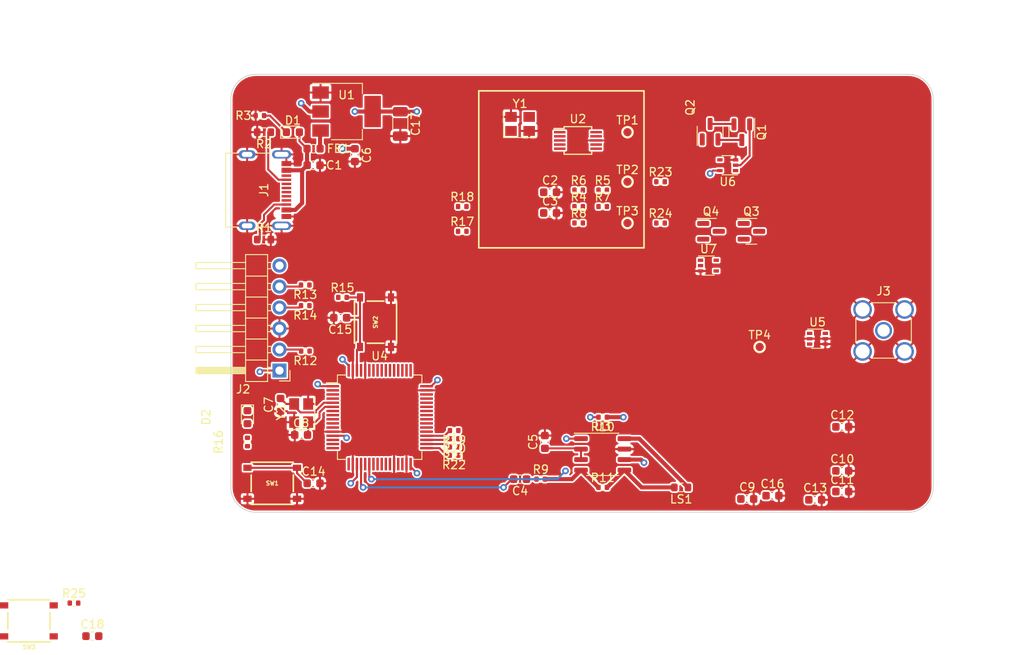
<source format=kicad_pcb>
(kicad_pcb (version 20211014) (generator pcbnew)
  (layers (0 "F.Cu" signal) (1 "In1.Cu" signal) (2 "In2.Cu" signal) (31 "B.Cu" signal) (34 "B.Paste" user) (35 "F.Paste" user) (36 "B.SilkS" user "B.Silkscreen") (37 "F.SilkS" user "F.Silkscreen") (38 "B.Mask" user) (39 "F.Mask" user) (44 "Edge.Cuts" user))
  (net 0 "")
  (net 1 "Net-(C1-Pad1)")
  (net 2 "GND")
  (net 3 "Net-(D1-Pad1)")
  (net 4 "+5V")
  (net 5 "Net-(J1-PadB5)")
  (net 6 "Net-(J1-PadA5)")
  (net 7 "+3.3V")
  (net 8 "/CPU/I2C_SCL")
  (net 9 "Net-(R8-Pad1)")
  (net 10 "Net-(R7-Pad1)")
  (net 11 "Net-(R6-Pad1)")
  (net 18 "Net-(C4-Pad1)")
  (net 19 "/Audio Output/AUDIO")
  (net 20 "Net-(C5-Pad1)")
  (net 21 "/Freq Synthesizer/LO_I")
  (net 22 "/Freq Synthesizer/LO_Q")
  (net 23 "/Freq Synthesizer/VFO")
  (net 24 "Net-(R11-Pad1)")
  (net 25 "PTT")
  (net 26 "Net-(LS1-Pad2)")
  (net 27 "Net-(LS1-Pad1)")
  (net 28 "LED")
  (net 29 "Net-(D2-Pad2)")
  (net 31 "NRST")
  (net 32 "KEY")
  (net 33 "Net-(U2-Pad2)")
  (net 34 "Net-(U2-Pad3)")
  (net 35 "Net-(R22-Pad2)")
  (net 39 "Net-(C7-Pad2)")
  (net 40 "Net-(C8-Pad2)")
  (net 46 "Net-(J3-Pad1)")
  (net 47 "/Mixer I/RF")
  (net 49 "/CPU/INPUT_I")
  (net 50 "Net-(Q2-Pad1)")
  (net 51 "/Mixer I/LO")
  (net 59 "Net-(R21-Pad2)")
  (net 60 "Net-(R20-Pad2)")
  (net 61 "Net-(R19-Pad2)")
  (net 62 "Net-(R18-Pad1)")
  (net 65 "/Mixer Q/LO")
  (net 72 "Net-(R14-Pad1)")
  (net 73 "Net-(R12-Pad1)")
  (net 82 "Net-(R17-Pad1)")
  (net 83 "/CPU/INPUT_Q")
  (net 84 "Net-(Q4-Pad1)")
  (net 85 "/Audio Output/SHUTDOWN")
  (net 86 "/CPU/BB_Q")
  (net 89 "SPI_MOSI")
  (net 90 "SPI_MISO")
  (net 91 "SPI_SCK")
  (net 92 "SPI_NSS")
  (net 93 "/CPU/I2C_SDA")
  (net 94 "Net-(R12-Pad2)")
  (net 95 "Net-(R14-Pad2)")
  (net 96 "Net-(R13-Pad2)")
  (footprint "Capacitor_SMD:C_0603_1608Metric" (layer "F.Cu") (at 125 104 90)
    (fp_text reference "C7")
    (fp_text value "12p")
  )
  (footprint "Diode_SMD:D_0603_1608Metric" (layer "F.Cu") (at 126.5 71)
    (fp_text reference "D1")
    (fp_text value "PWR")
  )
  (footprint "Capacitor_SMD:C_0603_1608Metric" (layer "F.Cu") (at 154 113 180)
    (fp_text reference "C4")
    (fp_text value "390n")
  )
  (footprint "Resistor_SMD:R_0402_1005Metric" (layer "F.Cu") (at 146.014077 107.11 180)
    (fp_text reference "R19")
    (fp_text value "100")
  )
  (footprint "Package_TO_SOT_SMD:SOT-353_SC-70-5" (layer "F.Cu") (at 176.79 87.15)
    (fp_text reference "U7")
    (fp_text value "NC7SVU04P5X")
  )
  (footprint "Package_QFP:LQFP-64_10x10mm_P0.5mm" (layer "F.Cu") (at 137 105.5)
    (fp_text reference "U4")
    (fp_text value "CH32V305RBT6")
  )
  (footprint "Resistor_SMD:R_0402_1005Metric" (layer "F.Cu") (at 164 105.5 180)
    (fp_text reference "R10")
    (fp_text value "10k")
  )
  (footprint "Resistor_SMD:R_0402_1005Metric" (layer "F.Cu") (at 127.989999 92 180)
    (fp_text reference "R14")
    (fp_text value "100")
  )
  (footprint "Resistor_SMD:R_0402_1005Metric" (layer "F.Cu") (at 161.09 80)
    (fp_text reference "R4")
    (fp_text value "10k")
  )
  (footprint "Package_SO:MSOP-10_3x3mm_P0.5mm" (layer "F.Cu") (at 161 72)
    (fp_text reference "U2")
    (fp_text value "MS5351M")
  )
  (footprint "Resistor_SMD:R_0402_1005Metric" (layer "F.Cu") (at 164 80)
    (fp_text reference "R7")
    (fp_text value "0")
  )
  (footprint "Connector_PinHeader_2.54mm:PinHeader_1x06_P2.54mm_Horizontal" (layer "F.Cu") (at 124.875 99.85 180)
    (fp_text reference "J2")
    (fp_text value "Conn_01x06")
  )
  (footprint "Capacitor_SMD:C_1206_3216Metric" (layer "F.Cu") (at 139.5 70 -90)
    (fp_text reference "C17")
    (fp_text value "22u")
  )
  (footprint "Resistor_SMD:R_0402_1005Metric" (layer "F.Cu") (at 146.019077 108.11 180)
    (fp_text reference "R20")
    (fp_text value "100")
  )
  (footprint "Resistor_SMD:R_0603_1608Metric" (layer "F.Cu") (at 173.5 114 180)
    (fp_text reference "LS1")
    (fp_text value "Speaker")
  )
  (footprint "Resistor_SMD:R_0402_1005Metric" (layer "F.Cu") (at 128.010001 97.5 180)
    (fp_text reference "R12")
    (fp_text value "100")
  )
  (footprint "Connector_Coaxial:SMA_Amphenol_901-144_Vertical" (layer "F.Cu") (at 198 95)
    (fp_text reference "J3")
    (fp_text value "Conn_Coaxial")
  )
  (footprint "Resistor_SMD:R_0402_1005Metric" (layer "F.Cu") (at 146.004077 110.11 180)
    (fp_text reference "R22")
    (fp_text value "100")
  )
  (footprint "ZL4AA:TS-1187A-B-A-B" (layer "F.Cu") (at 136.5 94 -90)
    (fp_text reference "SW2")
    (fp_text value "KEY")
  )
  (footprint "Resistor_SMD:R_0402_1005Metric" (layer "F.Cu") (at 171 77)
    (fp_text reference "R23")
    (fp_text value "0")
  )
  (footprint "Resistor_SMD:R_0402_1005Metric" (layer "F.Cu") (at 164 114)
    (fp_text reference "R11")
    (fp_text value "20k")
  )
  (footprint "Resistor_SMD:R_0402_1005Metric" (layer "F.Cu") (at 164 78.01)
    (fp_text reference "R5")
    (fp_text value "10k")
  )
  (footprint "Crystal:Crystal_SMD_3225-4Pin_3.2x2.5mm" (layer "F.Cu") (at 127.5 105 90)
    (fp_text reference "Y2")
    (fp_text value "25MHz")
  )
  (footprint "Crystal:Crystal_SMD_3225-4Pin_3.2x2.5mm" (layer "F.Cu") (at 154 70)
    (fp_text reference "Y1")
    (fp_text value "25MHz")
  )
  (footprint "ZL4AA:TS-1187A-B-A-B" (layer "F.Cu") (at 94.545 130.155)
    (fp_text reference "SW3")
    (fp_text value "PTT")
  )
  (footprint "Capacitor_SMD:C_0603_1608Metric" (layer "F.Cu") (at 134 73.775 -90)
    (fp_text reference "C6")
    (fp_text value "1u")
  )
  (footprint "TestPoint:TestPoint_Pad_D1.0mm" (layer "F.Cu") (at 167 82)
    (fp_text reference "TP3")
    (fp_text value "Q")
  )
  (footprint "ZL4AA:USB_C_Receptacle_ SHOU_HAN_TYPE-C 16PIN 2MD(073)" (layer "F.Cu") (at 123 78 -90)
    (fp_text reference "J1")
    (fp_text value "USB_C_Receptacle_USB2.0")
  )
  (footprint "Resistor_SMD:R_0402_1005Metric" (layer "F.Cu") (at 147 83)
    (fp_text reference "R17")
    (fp_text value "100")
  )
  (footprint "Resistor_SMD:R_0402_1005Metric" (layer "F.Cu") (at 156.5 113)
    (fp_text reference "R9")
    (fp_text value "20k")
  )
  (footprint "Capacitor_SMD:C_0603_1608Metric" (layer "F.Cu") (at 189.725 115.5)
    (fp_text reference "C13")
    (fp_text value "10n")
  )
  (footprint "Capacitor_SMD:C_0603_1608Metric" (layer "F.Cu") (at 157.63 78.27)
    (fp_text reference "C2")
    (fp_text value "100n")
  )
  (footprint "Package_TO_SOT_SMD:SOT-353_SC-70-5" (layer "F.Cu") (at 179.1375 75 180)
    (fp_text reference "U6")
    (fp_text value "NC7SVU04P5X")
  )
  (footprint "Resistor_SMD:R_0402_1005Metric" (layer "F.Cu") (at 122.5 69 180)
    (fp_text reference "R3")
    (fp_text value "500")
  )
  (footprint "Resistor_SMD:R_0402_1005Metric" (layer "F.Cu") (at 121 108.5 90)
    (fp_text reference "R16")
    (fp_text value "1k")
  )
  (footprint "Resistor_SMD:R_0603_1608Metric" (layer "F.Cu") (at 123 84)
    (fp_text reference "R1")
    (fp_text value "5.1k")
  )
  (footprint "Capacitor_SMD:C_0603_1608Metric" (layer "F.Cu") (at 193 112)
    (fp_text reference "C10")
    (fp_text value "10n")
  )
  (footprint "Resistor_SMD:R_0402_1005Metric" (layer "F.Cu") (at 161.09 78.01)
    (fp_text reference "R6")
    (fp_text value "0")
  )
  (footprint "Resistor_SMD:R_0402_1005Metric" (layer "F.Cu") (at 171 82)
    (fp_text reference "R24")
    (fp_text value "0")
  )
  (footprint "Resistor_SMD:R_0402_1005Metric" (layer "F.Cu") (at 161.09 81.99)
    (fp_text reference "R8")
    (fp_text value "0")
  )
  (footprint "Capacitor_SMD:C_0603_1608Metric" (layer "F.Cu") (at 181.5 115.4)
    (fp_text reference "C9")
    (fp_text value "10n")
  )
  (footprint "Resistor_SMD:R_0402_1005Metric" (layer "F.Cu") (at 146.014077 109.11 180)
    (fp_text reference "R21")
    (fp_text value "100")
  )
  (footprint "Package_SO:SOP-8_3.9x4.9mm_P1.27mm" (layer "F.Cu") (at 164 110)
    (fp_text reference "U3")
    (fp_text value "LM4871M/TR_C383075")
  )
  (footprint "TestPoint:TestPoint_Pad_D1.0mm" (layer "F.Cu") (at 167 77)
    (fp_text reference "TP2")
    (fp_text value "I")
  )
  (footprint "Package_TO_SOT_SMD:SOT-23" (layer "F.Cu") (at 177.11 83)
    (fp_text reference "Q4")
    (fp_text value "AO3401A")
  )
  (footprint "TestPoint:TestPoint_Pad_D1.0mm" (layer "F.Cu") (at 167 71)
    (fp_text reference "TP1")
    (fp_text value "VFO")
  )
  (footprint "Package_TO_SOT_SMD:SOT-23" (layer "F.Cu") (at 182 83)
    (fp_text reference "Q3")
    (fp_text value "AO3400A")
  )
  (footprint "Capacitor_SMD:C_0603_1608Metric" (layer "F.Cu") (at 132.224969 93.465141 180)
    (fp_text reference "C15")
    (fp_text value "100n")
  )
  (footprint "Diode_SMD:D_0603_1608Metric" (layer "F.Cu") (at 121 105.5 -90)
    (fp_text reference "D2")
    (fp_text value "LED")
  )
  (footprint "Resistor_SMD:R_0603_1608Metric" (layer "F.Cu") (at 123 71 180)
    (fp_text reference "R2")
    (fp_text value "5.1k")
  )
  (footprint "Resistor_SMD:R_0402_1005Metric" (layer "F.Cu") (at 100 128)
    (fp_text reference "R25")
    (fp_text value "10k")
  )
  (footprint "Inductor_SMD:L_0603_1608Metric" (layer "F.Cu") (at 129 73)
    (fp_text reference "FB1")
    (fp_text value "BLM18KG221SN1D")
  )
  (footprint "Package_TO_SOT_SMD:SOT-223-3_TabPin2" (layer "F.Cu") (at 133 68.5)
    (fp_text reference "U1")
    (fp_text value "AMS1117-3.3")
  )
  (footprint "Resistor_SMD:R_0402_1005Metric" (layer "F.Cu") (at 147 80)
    (fp_text reference "R18")
    (fp_text value "100")
  )
  (footprint "ZL4AA:TS-1187A-B-A-B" (layer "F.Cu") (at 124 113.5 180)
    (fp_text reference "SW1")
    (fp_text value "RESET")
  )
  (footprint "Capacitor_SMD:C_0603_1608Metric" (layer "F.Cu") (at 129 113.5)
    (fp_text reference "C14")
    (fp_text value "100n")
  )
  (footprint "Capacitor_SMD:C_0603_1608Metric" (layer "F.Cu") (at 193 114.5)
    (fp_text reference "C11")
    (fp_text value "10n")
  )
  (footprint "Capacitor_SMD:C_0603_1608Metric" (layer "F.Cu") (at 129 75)
    (fp_text reference "C1")
    (fp_text value "10n")
  )
  (footprint "Capacitor_SMD:C_0603_1608Metric" (layer "F.Cu") (at 157.63 80.78)
    (fp_text reference "C3")
    (fp_text value "100n")
  )
  (footprint "Capacitor_SMD:C_0603_1608Metric" (layer "F.Cu") (at 127.4984 107.648485)
    (fp_text reference "C8")
    (fp_text value "12p")
  )
  (footprint "Capacitor_SMD:C_0603_1608Metric" (layer "F.Cu") (at 157 108.5 90)
    (fp_text reference "C5")
    (fp_text value "1u")
  )
  (footprint "Package_TO_SOT_SMD:SOT-363_SC-70-6" (layer "F.Cu") (at 190 96)
    (fp_text reference "U5")
    (fp_text value "BGA2817")
  )
  (footprint "Package_TO_SOT_SMD:SOT-23" (layer "F.Cu") (at 177 70.9375 90)
    (fp_text reference "Q2")
    (fp_text value "AO3401A")
  )
  (footprint "Capacitor_SMD:C_0603_1608Metric" (layer "F.Cu") (at 102.225 132)
    (fp_text reference "C18")
    (fp_text value "100n")
  )
  (footprint "Resistor_SMD:R_0402_1005Metric" (layer "F.Cu") (at 127.99 89.5 180)
    (fp_text reference "R13")
    (fp_text value "100")
  )
  (footprint "TestPoint:TestPoint_Pad_D1.0mm" (layer "F.Cu") (at 183 97)
    (fp_text reference "TP4")
    (fp_text value "RF_IN")
  )
  (footprint "Package_TO_SOT_SMD:SOT-23" (layer "F.Cu") (at 180.8375 71 -90)
    (fp_text reference "Q1")
    (fp_text value "AO3400A")
  )
  (footprint "Resistor_SMD:R_0402_1005Metric" (layer "F.Cu") (at 132.5 91)
    (fp_text reference "R15")
    (fp_text value "10k")
  )
  (footprint "Capacitor_SMD:C_0603_1608Metric" (layer "F.Cu") (at 193 106.67)
    (fp_text reference "C12")
    (fp_text value "10n")
  )
  (footprint "Capacitor_SMD:C_0603_1608Metric" (layer "F.Cu") (at 184.55 115)
    (fp_text reference "C16")
    (fp_text value "500n")
  )
  (gr_rect (start 149 66) (end 169 85) (layer "F.SilkS") (width 0.2) (fill none))
  (gr_line (start 122 64) (end 201 64) (layer "Edge.Cuts") (width 0.1))
  (gr_line (start 119 114) (end 119 67) (layer "Edge.Cuts") (width 0.1))
  (gr_arc (start 201 64) (mid 203.12132 64.87868) (end 204 67) (layer "Edge.Cuts") (width 0.1))
  (gr_arc (start 119 67) (mid 119.87868 64.87868) (end 122 64) (layer "Edge.Cuts") (width 0.1))
  (gr_line (start 204 67) (end 204 114) (layer "Edge.Cuts") (width 0.1))
  (gr_arc (start 204 114) (mid 203.12132 116.12132) (end 201 117) (layer "Edge.Cuts") (width 0.1))
  (gr_line (start 201 117) (end 122 117) (layer "Edge.Cuts") (width 0.1))
  (gr_arc (start 122 117) (mid 119.87868 116.12132) (end 119 114) (layer "Edge.Cuts") (width 0.1))
  (segment (start 127.615 75.61) (end 128.225 75) (width 0.5) (layer "F.Cu") (net 1))
  (segment (start 127.2875 72.075) (end 128.2125 73) (width 0.25) (layer "F.Cu") (net 1))
  (segment (start 126.79 80.41) (end 127.615 79.585) (width 0.5) (layer "F.Cu") (net 1))
  (segment (start 127.615 79.585) (end 127.615 75.61) (width 0.5) (layer "F.Cu") (net 1))
  (segment (start 128.2125 73) (end 128.2125 74.9875) (width 0.5) (layer "F.Cu") (net 1))
  (segment (start 127.2875 71) (end 127.2875 72.075) (width 0.25) (layer "F.Cu") (net 1))
  (segment (start 128.2125 74.9875) (end 128.225 75) (width 0.5) (layer "F.Cu") (net 1))
  (segment (start 125.71 80.41) (end 126.79 80.41) (width 0.5) (layer "F.Cu") (net 1))
  (segment (start 125.71 75.61) (end 127.615 75.61) (width 0.5) (layer "F.Cu") (net 1))
  (segment (start 126.4 107.325085) (end 126.7234 107.648485) (width 0.25) (layer "F.Cu") (net 2))
  (segment (start 128.268644 103.818644) (end 128.6 104.15) (width 0.25) (layer "F.Cu") (net 2))
  (segment (start 125.7125 71) (end 123.7125 69) (width 0.25) (layer "F.Cu") (net 3))
  (segment (start 123.7125 69) (end 123.01 69) (width 0.25) (layer "F.Cu") (net 3))
  (segment (start 129.7875 73) (end 129.7875 70.8625) (width 0.5) (layer "F.Cu") (net 4))
  (segment (start 134 73) (end 132.5 73) (width 0.5) (layer "F.Cu") (net 4))
  (segment (start 168.635 110.635) (end 169 111) (width 0.5) (layer "F.Cu") (net 4))
  (segment (start 166.5 105.5) (end 164.51 105.5) (width 0.5) (layer "F.Cu") (net 4))
  (segment (start 129.7875 70.8625) (end 129.85 70.8) (width 0.5) (layer "F.Cu") (net 4))
  (segment (start 166.625 110.635) (end 168.635 110.635) (width 0.5) (layer "F.Cu") (net 4))
  (via (at 166.5 105.5) (size 0.8) (drill 0.4) (layers "F.Cu" "B.Cu") (net 4))
  (via (at 169 111) (size 0.8) (drill 0.4) (layers "F.Cu" "B.Cu") (net 4))
  (via (at 132.5 73) (size 0.8) (drill 0.4) (layers "F.Cu" "B.Cu") (net 4))
  (segment (start 123 81) (end 124.24 79.76) (width 0.25) (layer "F.Cu") (net 5))
  (segment (start 124.24 79.76) (end 125.71 79.76) (width 0.25) (layer "F.Cu") (net 5))
  (segment (start 122.49 82.145404) (end 123 81.635404) (width 0.25) (layer "F.Cu") (net 5))
  (segment (start 123 81.635404) (end 123 81) (width 0.25) (layer "F.Cu") (net 5))
  (segment (start 122.49 84) (end 122.49 82.145404) (width 0.25) (layer "F.Cu") (net 5))
  (segment (start 123.51 75.51) (end 124.76 76.76) (width 0.25) (layer "F.Cu") (net 6))
  (segment (start 123.51 71) (end 123.51 75.51) (width 0.25) (layer "F.Cu") (net 6))
  (segment (start 124.76 76.76) (end 125.71 76.76) (width 0.25) (layer "F.Cu") (net 6))
  (segment (start 140.75 111.508112) (end 141.517388 112.2755) (width 0.25) (layer "F.Cu") (net 7))
  (segment (start 143.25 101.75) (end 144 101) (width 0.25) (layer "F.Cu") (net 7))
  (segment (start 136.15 68.5) (end 134 68.5) (width 0.5) (layer "F.Cu") (net 7))
  (segment (start 133.5 113.5) (end 134.25 112.75) (width 0.25) (layer "F.Cu") (net 7))
  (segment (start 131.325 101.75) (end 129.75 101.75) (width 0.25) (layer "F.Cu") (net 7))
  (segment (start 139.475 68.5) (end 139.5 68.525) (width 0.5) (layer "F.Cu") (net 7))
  (segment (start 128.5 68.5) (end 127.5 67.5) (width 0.5) (layer "F.Cu") (net 7))
  (segment (start 122.65 99.85) (end 122.5 100) (width 0.25) (layer "F.Cu") (net 7))
  (segment (start 140.75 111.175) (end 140.75 111.508112) (width 0.25) (layer "F.Cu") (net 7))
  (segment (start 131.325 107.75) (end 132.75 107.75) (width 0.25) (layer "F.Cu") (net 7))
  (segment (start 141.475 68.525) (end 141.5 68.5) (width 0.5) (layer "F.Cu") (net 7))
  (segment (start 134.25 112.75) (end 134.25 111.175) (width 0.25) (layer "F.Cu") (net 7))
  (segment (start 142.675 101.75) (end 143.25 101.75) (width 0.25) (layer "F.Cu") (net 7))
  (segment (start 124.875 99.85) (end 122.65 99.85) (width 0.25) (layer "F.Cu") (net 7))
  (segment (start 136.15 68.5) (end 139.475 68.5) (width 0.5) (layer "F.Cu") (net 7))
  (segment (start 177.35 75.65) (end 177 76) (width 0.25) (layer "F.Cu") (net 7))
  (segment (start 133.25 99.25) (end 132.5 98.5) (width 0.25) (layer "F.Cu") (net 7))
  (segment (start 129.85 68.5) (end 128.5 68.5) (width 0.5) (layer "F.Cu") (net 7))
  (segment (start 133.25 99.825) (end 133.25 99.25) (width 0.25) (layer "F.Cu") (net 7))
  (segment (start 132.75 107.75) (end 133 108) (width 0.25) (layer "F.Cu") (net 7))
  (segment (start 129.75 101.75) (end 129.5 101.5) (width 0.25) (layer "F.Cu") (net 7))
  (segment (start 178.1875 75.65) (end 177.35 75.65) (width 0.25) (layer "F.Cu") (net 7))
  (segment (start 139.5 68.525) (end 141.475 68.525) (width 0.5) (layer "F.Cu") (net 7))
  (via (at 141.517388 112.2755) (size 0.8) (drill 0.4) (layers "F.Cu" "B.Cu") (net 7))
  (via (at 132.5 98.5) (size 0.8) (drill 0.4) (layers "F.Cu" "B.Cu") (net 7))
  (via (at 141.5 68.5) (size 0.8) (drill 0.4) (layers "F.Cu" "B.Cu") (net 7))
  (via (at 122.5 100) (size 0.8) (drill 0.4) (layers "F.Cu" "B.Cu") (net 7))
  (via (at 133 108) (size 0.8) (drill 0.4) (layers "F.Cu" "B.Cu") (net 7))
  (via (at 144 101) (size 0.8) (drill 0.4) (layers "F.Cu" "B.Cu") (net 7))
  (via (at 133.5 113.5) (size 0.8) (drill 0.4) (layers "F.Cu" "B.Cu") (net 7))
  (via (at 134 68.5) (size 0.8) (drill 0.4) (layers "F.Cu" "B.Cu") (net 7))
  (via (at 127.5 67.5) (size 0.8) (drill 0.4) (layers "F.Cu" "B.Cu") (net 7))
  (via (at 177 76) (size 0.8) (drill 0.4) (layers "F.Cu" "B.Cu") (net 7))
  (via (at 129.5 101.5) (size 0.8) (drill 0.4) (layers "F.Cu" "B.Cu") (net 7))
  (segment (start 132.5 98.5) (end 133 99) (width 0.25) (layer "B.Cu") (net 7))
  (segment (start 154.775 113) (end 155.99 113) (width 0.25) (layer "F.Cu") (net 18))
  (segment (start 153 113) (end 152 114) (width 0.25) (layer "F.Cu") (net 19))
  (segment (start 134.75 113.75) (end 135 114) (width 0.25) (layer "F.Cu") (net 19))
  (segment (start 153.225 113) (end 153 113) (width 0.25) (layer "F.Cu") (net 19))
  (segment (start 134.75 111.175) (end 134.75 113.75) (width 0.25) (layer "F.Cu") (net 19))
  (via (at 152 114) (size 0.8) (drill 0.4) (layers "F.Cu" "B.Cu") (net 19))
  (via (at 135 114) (size 0.8) (drill 0.4) (layers "F.Cu" "B.Cu") (net 19))
  (segment (start 135 114) (end 152 114) (width 0.25) (layer "B.Cu") (net 19))
  (segment (start 161.285 109.275) (end 161.375 109.365) (width 0.25) (layer "F.Cu") (net 20))
  (segment (start 157 109.275) (end 161.285 109.275) (width 0.25) (layer "F.Cu") (net 20))
  (segment (start 161.375 110.635) (end 161.375 109.365) (width 0.25) (layer "F.Cu") (net 20))
  (segment (start 157.01 113) (end 160.28 113) (width 0.5) (layer "F.Cu") (net 24))
  (segment (start 163.49 114) (end 163.47 114) (width 0.5) (layer "F.Cu") (net 24))
  (segment (start 160.28 113) (end 161.375 111.905) (width 0.5) (layer "F.Cu") (net 24))
  (segment (start 163.47 114) (end 161.375 111.905) (width 0.5) (layer "F.Cu") (net 24))
  (segment (start 164.53 114) (end 166.625 111.905) (width 0.5) (layer "F.Cu") (net 26))
  (segment (start 164.51 114) (end 164.53 114) (width 0.5) (layer "F.Cu") (net 26))
  (segment (start 172.675 114) (end 168.72 114) (width 0.5) (layer "F.Cu") (net 26))
  (segment (start 168.72 114) (end 166.625 111.905) (width 0.5) (layer "F.Cu") (net 26))
  (segment (start 168.42 108.095) (end 166.625 108.095) (width 0.5) (layer "F.Cu") (net 27))
  (segment (start 174.325 114) (end 168.42 108.095) (width 0.5) (layer "F.Cu") (net 27))
  (segment (start 127 111.625) (end 127 112.275) (width 0.25) (layer "F.Cu") (net 31))
  (segment (start 121 111.625) (end 127 111.625) (width 0.25) (layer "F.Cu") (net 31))
  (segment (start 127 112.275) (end 128.225 113.5) (width 0.25) (layer "F.Cu") (net 31))
  (segment (start 134.625 91) (end 134.625 93.375) (width 0.25) (layer "F.Cu") (net 32))
  (segment (start 134.534859 93.465141) (end 134.625 93.375) (width 0.25) (layer "F.Cu") (net 32))
  (segment (start 134.25 99.825) (end 134.25 97.375) (width 0.25) (layer "F.Cu") (net 32))
  (segment (start 132.999969 93.465141) (end 134.534859 93.465141) (width 0.25) (layer "F.Cu") (net 32))
  (segment (start 134.25 97.375) (end 134.625 97) (width 0.25) (layer "F.Cu") (net 32))
  (segment (start 133.01 91) (end 134.625 91) (width 0.25) (layer "F.Cu") (net 32))
  (segment (start 134.625 93.375) (end 134.625 97) (width 0.25) (layer "F.Cu") (net 32))
  (segment (start 144.25 109.25) (end 142.675 109.25) (width 0.25) (layer "F.Cu") (net 35))
  (segment (start 145.494077 110.11) (end 145.11 110.11) (width 0.25) (layer "F.Cu") (net 35))
  (segment (start 145.11 110.11) (end 144.25 109.25) (width 0.25) (layer "F.Cu") (net 35))
  (segment (start 126.65 104.15) (end 127.425 104.925) (width 0.25) (layer "F.Cu") (net 39))
  (segment (start 127.425 104.925) (end 129.275 104.925) (width 0.25) (layer "F.Cu") (net 39))
  (segment (start 125.675 103.9) (end 125 103.225) (width 0.25) (layer "F.Cu") (net 39))
  (segment (start 129.275 104.725) (end 130.25 103.75) (width 0.25) (layer "F.Cu") (net 39))
  (segment (start 129.275 104.925) (end 129.275 104.725) (width 0.25) (layer "F.Cu") (net 39))
  (segment (start 126.65 103.9) (end 125.675 103.9) (width 0.25) (layer "F.Cu") (net 39))
  (segment (start 130.25 103.75) (end 131.325 103.75) (width 0.25) (layer "F.Cu") (net 39))
  (segment (start 126.65 103.9) (end 126.65 104.15) (width 0.25) (layer "F.Cu") (net 39))
  (segment (start 128.35 106.1) (end 129.2 106.1) (width 0.25) (layer "F.Cu") (net 40))
  (segment (start 128.35 107.571885) (end 128.2734 107.648485) (width 0.25) (layer "F.Cu") (net 40))
  (segment (start 129.724501 105.575499) (end 129.724501 104.911189) (width 0.25) (layer "F.Cu") (net 40))
  (segment (start 128.35 106.1) (end 128.35 107.571885) (width 0.25) (layer "F.Cu") (net 40))
  (segment (start 129.724501 104.911189) (end 130.38569 104.25) (width 0.25) (layer "F.Cu") (net 40))
  (segment (start 130.38569 104.25) (end 131.325 104.25) (width 0.25) (layer "F.Cu") (net 40))
  (segment (start 129.2 106.1) (end 129.724501 105.575499) (width 0.25) (layer "F.Cu") (net 40))
  (segment (start 179.825 70) (end 179.8875 70.0625) (width 0.25) (layer "F.Cu") (net 47))
  (segment (start 177 70) (end 179.825 70) (width 0.25) (layer "F.Cu") (net 47))
  (segment (start 178.0125 71.9375) (end 177.95 71.875) (width 0.25) (layer "F.Cu") (net 49))
  (segment (start 180.8375 71.9375) (end 178.0125 71.9375) (width 0.25) (layer "F.Cu") (net 49))
  (segment (start 180.6625 75) (end 181.7875 73.875) (width 0.25) (layer "F.Cu") (net 51))
  (segment (start 180.0875 75) (end 180.6625 75) (width 0.25) (layer "F.Cu") (net 51))
  (segment (start 181.7875 73.875) (end 181.7875 70.0625) (width 0.25) (layer "F.Cu") (net 51))
  (segment (start 145.144077 108.75) (end 142.675 108.75) (width 0.25) (layer "F.Cu") (net 59))
  (segment (start 145.504077 109.11) (end 145.144077 108.75) (width 0.25) (layer "F.Cu") (net 59))
  (segment (start 145.509077 108.11) (end 145.369077 108.25) (width 0.25) (layer "F.Cu") (net 60))
  (segment (start 145.369077 108.25) (end 142.675 108.25) (width 0.25) (layer "F.Cu") (net 60))
  (segment (start 145.504077 107.11) (end 144.864077 107.75) (width 0.25) (layer "F.Cu") (net 61))
  (segment (start 144.864077 107.75) (end 142.675 107.75) (width 0.25) (layer "F.Cu") (net 61))
  (segment (start 161.375 108.095) (end 159.595 108.095) (width 0.25) (layer "F.Cu") (net 85))
  (segment (start 135.75 111.175) (end 135.75 112.75) (width 0.25) (layer "F.Cu") (net 85))
  (segment (start 135.75 112.75) (end 136 113) (width 0.25) (layer "F.Cu") (net 85))
  (segment (start 159.5 108) (end 159.595 108.095) (width 0.25) (layer "F.Cu") (net 85))
  (segment (start 162.5 105.5) (end 163.49 105.5) (width 0.25) (layer "F.Cu") (net 85))
  (via (at 136 113) (size 0.8) (drill 0.4) (layers "F.Cu" "B.Cu") (net 85))
  (via (at 162.5 105.5) (size 0.8) (drill 0.4) (layers "F.Cu" "B.Cu") (net 85))
  (via (at 159.5 112) (size 0.8) (drill 0.4) (layers "F.Cu" "B.Cu") (net 85))
  (via (at 159.595 108.095) (size 0.8) (drill 0.4) (layers "F.Cu" "B.Cu") (net 85))
  (segment (start 136 113) (end 158.5 113) (width 0.25) (layer "B.Cu") (net 85))
  (segment (start 158.5 113) (end 159.5 112) (width 0.25) (layer "B.Cu") (net 85))
  (segment (start 127.310001 97.31) (end 127.500001 97.5) (width 0.25) (layer "F.Cu") (net 94))
  (segment (start 124.875 97.31) (end 127.310001 97.31) (width 0.25) (layer "F.Cu") (net 94))
  (segment (start 127.249999 92.23) (end 127.479999 92) (width 0.25) (layer "F.Cu") (net 95))
  (segment (start 124.875 92.23) (end 127.249999 92.23) (width 0.25) (layer "F.Cu") (net 95))
  (segment (start 124.875 89.69) (end 127.29 89.69) (width 0.25) (layer "F.Cu") (net 96))
  (segment (start 127.29 89.69) (end 127.48 89.5) (width 0.25) (layer "F.Cu") (net 96))
  (zone (net 2) (net_name "GND") (layers "F.Cu" "In1.Cu") (connect_pads (clearance 0.2)) (min_thickness 0.2) (fill yes (thermal_gap 0.3) (thermal_bridge_width 0.25))
    (polygon (pts (xy 215 124) (xy 112 124) (xy 112 55) (xy 215 55)))
  )
)
</source>
